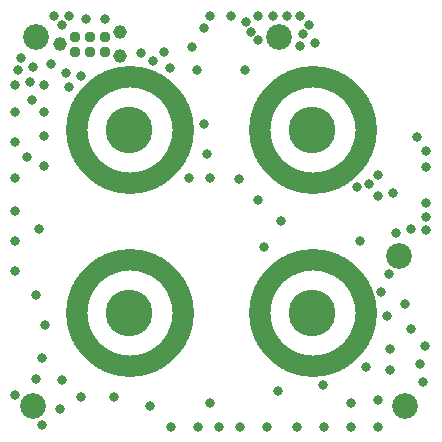
<source format=gbs>
G75*
%MOIN*%
%OFA0B0*%
%FSLAX25Y25*%
%IPPOS*%
%LPD*%
%AMOC8*
5,1,8,0,0,1.08239X$1,22.5*
%
%ADD10C,0.08600*%
%ADD11C,0.15600*%
%ADD12C,0.07000*%
%ADD13C,0.03700*%
%ADD14C,0.04600*%
%ADD15C,0.03300*%
D10*
X0026558Y0025840D03*
X0148558Y0075840D03*
X0150558Y0025840D03*
X0108558Y0148840D03*
X0027558Y0148840D03*
D11*
X0058558Y0117840D03*
X0119558Y0117840D03*
X0119558Y0056840D03*
X0058558Y0056840D03*
D12*
X0040858Y0056840D02*
X0040863Y0057274D01*
X0040879Y0057708D01*
X0040906Y0058142D01*
X0040943Y0058575D01*
X0040991Y0059007D01*
X0041050Y0059437D01*
X0041119Y0059866D01*
X0041198Y0060293D01*
X0041288Y0060718D01*
X0041388Y0061141D01*
X0041499Y0061561D01*
X0041620Y0061978D01*
X0041751Y0062392D01*
X0041893Y0062803D01*
X0042044Y0063210D01*
X0042205Y0063613D01*
X0042376Y0064013D01*
X0042557Y0064408D01*
X0042748Y0064798D01*
X0042948Y0065184D01*
X0043157Y0065564D01*
X0043376Y0065940D01*
X0043604Y0066309D01*
X0043841Y0066674D01*
X0044087Y0067032D01*
X0044341Y0067384D01*
X0044604Y0067730D01*
X0044876Y0068069D01*
X0045155Y0068401D01*
X0045443Y0068727D01*
X0045739Y0069045D01*
X0046042Y0069356D01*
X0046353Y0069659D01*
X0046671Y0069955D01*
X0046997Y0070243D01*
X0047329Y0070522D01*
X0047668Y0070794D01*
X0048014Y0071057D01*
X0048366Y0071311D01*
X0048724Y0071557D01*
X0049089Y0071794D01*
X0049458Y0072022D01*
X0049834Y0072241D01*
X0050214Y0072450D01*
X0050600Y0072650D01*
X0050990Y0072841D01*
X0051385Y0073022D01*
X0051785Y0073193D01*
X0052188Y0073354D01*
X0052595Y0073505D01*
X0053006Y0073647D01*
X0053420Y0073778D01*
X0053837Y0073899D01*
X0054257Y0074010D01*
X0054680Y0074110D01*
X0055105Y0074200D01*
X0055532Y0074279D01*
X0055961Y0074348D01*
X0056391Y0074407D01*
X0056823Y0074455D01*
X0057256Y0074492D01*
X0057690Y0074519D01*
X0058124Y0074535D01*
X0058558Y0074540D01*
X0058992Y0074535D01*
X0059426Y0074519D01*
X0059860Y0074492D01*
X0060293Y0074455D01*
X0060725Y0074407D01*
X0061155Y0074348D01*
X0061584Y0074279D01*
X0062011Y0074200D01*
X0062436Y0074110D01*
X0062859Y0074010D01*
X0063279Y0073899D01*
X0063696Y0073778D01*
X0064110Y0073647D01*
X0064521Y0073505D01*
X0064928Y0073354D01*
X0065331Y0073193D01*
X0065731Y0073022D01*
X0066126Y0072841D01*
X0066516Y0072650D01*
X0066902Y0072450D01*
X0067282Y0072241D01*
X0067658Y0072022D01*
X0068027Y0071794D01*
X0068392Y0071557D01*
X0068750Y0071311D01*
X0069102Y0071057D01*
X0069448Y0070794D01*
X0069787Y0070522D01*
X0070119Y0070243D01*
X0070445Y0069955D01*
X0070763Y0069659D01*
X0071074Y0069356D01*
X0071377Y0069045D01*
X0071673Y0068727D01*
X0071961Y0068401D01*
X0072240Y0068069D01*
X0072512Y0067730D01*
X0072775Y0067384D01*
X0073029Y0067032D01*
X0073275Y0066674D01*
X0073512Y0066309D01*
X0073740Y0065940D01*
X0073959Y0065564D01*
X0074168Y0065184D01*
X0074368Y0064798D01*
X0074559Y0064408D01*
X0074740Y0064013D01*
X0074911Y0063613D01*
X0075072Y0063210D01*
X0075223Y0062803D01*
X0075365Y0062392D01*
X0075496Y0061978D01*
X0075617Y0061561D01*
X0075728Y0061141D01*
X0075828Y0060718D01*
X0075918Y0060293D01*
X0075997Y0059866D01*
X0076066Y0059437D01*
X0076125Y0059007D01*
X0076173Y0058575D01*
X0076210Y0058142D01*
X0076237Y0057708D01*
X0076253Y0057274D01*
X0076258Y0056840D01*
X0076253Y0056406D01*
X0076237Y0055972D01*
X0076210Y0055538D01*
X0076173Y0055105D01*
X0076125Y0054673D01*
X0076066Y0054243D01*
X0075997Y0053814D01*
X0075918Y0053387D01*
X0075828Y0052962D01*
X0075728Y0052539D01*
X0075617Y0052119D01*
X0075496Y0051702D01*
X0075365Y0051288D01*
X0075223Y0050877D01*
X0075072Y0050470D01*
X0074911Y0050067D01*
X0074740Y0049667D01*
X0074559Y0049272D01*
X0074368Y0048882D01*
X0074168Y0048496D01*
X0073959Y0048116D01*
X0073740Y0047740D01*
X0073512Y0047371D01*
X0073275Y0047006D01*
X0073029Y0046648D01*
X0072775Y0046296D01*
X0072512Y0045950D01*
X0072240Y0045611D01*
X0071961Y0045279D01*
X0071673Y0044953D01*
X0071377Y0044635D01*
X0071074Y0044324D01*
X0070763Y0044021D01*
X0070445Y0043725D01*
X0070119Y0043437D01*
X0069787Y0043158D01*
X0069448Y0042886D01*
X0069102Y0042623D01*
X0068750Y0042369D01*
X0068392Y0042123D01*
X0068027Y0041886D01*
X0067658Y0041658D01*
X0067282Y0041439D01*
X0066902Y0041230D01*
X0066516Y0041030D01*
X0066126Y0040839D01*
X0065731Y0040658D01*
X0065331Y0040487D01*
X0064928Y0040326D01*
X0064521Y0040175D01*
X0064110Y0040033D01*
X0063696Y0039902D01*
X0063279Y0039781D01*
X0062859Y0039670D01*
X0062436Y0039570D01*
X0062011Y0039480D01*
X0061584Y0039401D01*
X0061155Y0039332D01*
X0060725Y0039273D01*
X0060293Y0039225D01*
X0059860Y0039188D01*
X0059426Y0039161D01*
X0058992Y0039145D01*
X0058558Y0039140D01*
X0058124Y0039145D01*
X0057690Y0039161D01*
X0057256Y0039188D01*
X0056823Y0039225D01*
X0056391Y0039273D01*
X0055961Y0039332D01*
X0055532Y0039401D01*
X0055105Y0039480D01*
X0054680Y0039570D01*
X0054257Y0039670D01*
X0053837Y0039781D01*
X0053420Y0039902D01*
X0053006Y0040033D01*
X0052595Y0040175D01*
X0052188Y0040326D01*
X0051785Y0040487D01*
X0051385Y0040658D01*
X0050990Y0040839D01*
X0050600Y0041030D01*
X0050214Y0041230D01*
X0049834Y0041439D01*
X0049458Y0041658D01*
X0049089Y0041886D01*
X0048724Y0042123D01*
X0048366Y0042369D01*
X0048014Y0042623D01*
X0047668Y0042886D01*
X0047329Y0043158D01*
X0046997Y0043437D01*
X0046671Y0043725D01*
X0046353Y0044021D01*
X0046042Y0044324D01*
X0045739Y0044635D01*
X0045443Y0044953D01*
X0045155Y0045279D01*
X0044876Y0045611D01*
X0044604Y0045950D01*
X0044341Y0046296D01*
X0044087Y0046648D01*
X0043841Y0047006D01*
X0043604Y0047371D01*
X0043376Y0047740D01*
X0043157Y0048116D01*
X0042948Y0048496D01*
X0042748Y0048882D01*
X0042557Y0049272D01*
X0042376Y0049667D01*
X0042205Y0050067D01*
X0042044Y0050470D01*
X0041893Y0050877D01*
X0041751Y0051288D01*
X0041620Y0051702D01*
X0041499Y0052119D01*
X0041388Y0052539D01*
X0041288Y0052962D01*
X0041198Y0053387D01*
X0041119Y0053814D01*
X0041050Y0054243D01*
X0040991Y0054673D01*
X0040943Y0055105D01*
X0040906Y0055538D01*
X0040879Y0055972D01*
X0040863Y0056406D01*
X0040858Y0056840D01*
X0040858Y0117840D02*
X0040863Y0118274D01*
X0040879Y0118708D01*
X0040906Y0119142D01*
X0040943Y0119575D01*
X0040991Y0120007D01*
X0041050Y0120437D01*
X0041119Y0120866D01*
X0041198Y0121293D01*
X0041288Y0121718D01*
X0041388Y0122141D01*
X0041499Y0122561D01*
X0041620Y0122978D01*
X0041751Y0123392D01*
X0041893Y0123803D01*
X0042044Y0124210D01*
X0042205Y0124613D01*
X0042376Y0125013D01*
X0042557Y0125408D01*
X0042748Y0125798D01*
X0042948Y0126184D01*
X0043157Y0126564D01*
X0043376Y0126940D01*
X0043604Y0127309D01*
X0043841Y0127674D01*
X0044087Y0128032D01*
X0044341Y0128384D01*
X0044604Y0128730D01*
X0044876Y0129069D01*
X0045155Y0129401D01*
X0045443Y0129727D01*
X0045739Y0130045D01*
X0046042Y0130356D01*
X0046353Y0130659D01*
X0046671Y0130955D01*
X0046997Y0131243D01*
X0047329Y0131522D01*
X0047668Y0131794D01*
X0048014Y0132057D01*
X0048366Y0132311D01*
X0048724Y0132557D01*
X0049089Y0132794D01*
X0049458Y0133022D01*
X0049834Y0133241D01*
X0050214Y0133450D01*
X0050600Y0133650D01*
X0050990Y0133841D01*
X0051385Y0134022D01*
X0051785Y0134193D01*
X0052188Y0134354D01*
X0052595Y0134505D01*
X0053006Y0134647D01*
X0053420Y0134778D01*
X0053837Y0134899D01*
X0054257Y0135010D01*
X0054680Y0135110D01*
X0055105Y0135200D01*
X0055532Y0135279D01*
X0055961Y0135348D01*
X0056391Y0135407D01*
X0056823Y0135455D01*
X0057256Y0135492D01*
X0057690Y0135519D01*
X0058124Y0135535D01*
X0058558Y0135540D01*
X0058992Y0135535D01*
X0059426Y0135519D01*
X0059860Y0135492D01*
X0060293Y0135455D01*
X0060725Y0135407D01*
X0061155Y0135348D01*
X0061584Y0135279D01*
X0062011Y0135200D01*
X0062436Y0135110D01*
X0062859Y0135010D01*
X0063279Y0134899D01*
X0063696Y0134778D01*
X0064110Y0134647D01*
X0064521Y0134505D01*
X0064928Y0134354D01*
X0065331Y0134193D01*
X0065731Y0134022D01*
X0066126Y0133841D01*
X0066516Y0133650D01*
X0066902Y0133450D01*
X0067282Y0133241D01*
X0067658Y0133022D01*
X0068027Y0132794D01*
X0068392Y0132557D01*
X0068750Y0132311D01*
X0069102Y0132057D01*
X0069448Y0131794D01*
X0069787Y0131522D01*
X0070119Y0131243D01*
X0070445Y0130955D01*
X0070763Y0130659D01*
X0071074Y0130356D01*
X0071377Y0130045D01*
X0071673Y0129727D01*
X0071961Y0129401D01*
X0072240Y0129069D01*
X0072512Y0128730D01*
X0072775Y0128384D01*
X0073029Y0128032D01*
X0073275Y0127674D01*
X0073512Y0127309D01*
X0073740Y0126940D01*
X0073959Y0126564D01*
X0074168Y0126184D01*
X0074368Y0125798D01*
X0074559Y0125408D01*
X0074740Y0125013D01*
X0074911Y0124613D01*
X0075072Y0124210D01*
X0075223Y0123803D01*
X0075365Y0123392D01*
X0075496Y0122978D01*
X0075617Y0122561D01*
X0075728Y0122141D01*
X0075828Y0121718D01*
X0075918Y0121293D01*
X0075997Y0120866D01*
X0076066Y0120437D01*
X0076125Y0120007D01*
X0076173Y0119575D01*
X0076210Y0119142D01*
X0076237Y0118708D01*
X0076253Y0118274D01*
X0076258Y0117840D01*
X0076253Y0117406D01*
X0076237Y0116972D01*
X0076210Y0116538D01*
X0076173Y0116105D01*
X0076125Y0115673D01*
X0076066Y0115243D01*
X0075997Y0114814D01*
X0075918Y0114387D01*
X0075828Y0113962D01*
X0075728Y0113539D01*
X0075617Y0113119D01*
X0075496Y0112702D01*
X0075365Y0112288D01*
X0075223Y0111877D01*
X0075072Y0111470D01*
X0074911Y0111067D01*
X0074740Y0110667D01*
X0074559Y0110272D01*
X0074368Y0109882D01*
X0074168Y0109496D01*
X0073959Y0109116D01*
X0073740Y0108740D01*
X0073512Y0108371D01*
X0073275Y0108006D01*
X0073029Y0107648D01*
X0072775Y0107296D01*
X0072512Y0106950D01*
X0072240Y0106611D01*
X0071961Y0106279D01*
X0071673Y0105953D01*
X0071377Y0105635D01*
X0071074Y0105324D01*
X0070763Y0105021D01*
X0070445Y0104725D01*
X0070119Y0104437D01*
X0069787Y0104158D01*
X0069448Y0103886D01*
X0069102Y0103623D01*
X0068750Y0103369D01*
X0068392Y0103123D01*
X0068027Y0102886D01*
X0067658Y0102658D01*
X0067282Y0102439D01*
X0066902Y0102230D01*
X0066516Y0102030D01*
X0066126Y0101839D01*
X0065731Y0101658D01*
X0065331Y0101487D01*
X0064928Y0101326D01*
X0064521Y0101175D01*
X0064110Y0101033D01*
X0063696Y0100902D01*
X0063279Y0100781D01*
X0062859Y0100670D01*
X0062436Y0100570D01*
X0062011Y0100480D01*
X0061584Y0100401D01*
X0061155Y0100332D01*
X0060725Y0100273D01*
X0060293Y0100225D01*
X0059860Y0100188D01*
X0059426Y0100161D01*
X0058992Y0100145D01*
X0058558Y0100140D01*
X0058124Y0100145D01*
X0057690Y0100161D01*
X0057256Y0100188D01*
X0056823Y0100225D01*
X0056391Y0100273D01*
X0055961Y0100332D01*
X0055532Y0100401D01*
X0055105Y0100480D01*
X0054680Y0100570D01*
X0054257Y0100670D01*
X0053837Y0100781D01*
X0053420Y0100902D01*
X0053006Y0101033D01*
X0052595Y0101175D01*
X0052188Y0101326D01*
X0051785Y0101487D01*
X0051385Y0101658D01*
X0050990Y0101839D01*
X0050600Y0102030D01*
X0050214Y0102230D01*
X0049834Y0102439D01*
X0049458Y0102658D01*
X0049089Y0102886D01*
X0048724Y0103123D01*
X0048366Y0103369D01*
X0048014Y0103623D01*
X0047668Y0103886D01*
X0047329Y0104158D01*
X0046997Y0104437D01*
X0046671Y0104725D01*
X0046353Y0105021D01*
X0046042Y0105324D01*
X0045739Y0105635D01*
X0045443Y0105953D01*
X0045155Y0106279D01*
X0044876Y0106611D01*
X0044604Y0106950D01*
X0044341Y0107296D01*
X0044087Y0107648D01*
X0043841Y0108006D01*
X0043604Y0108371D01*
X0043376Y0108740D01*
X0043157Y0109116D01*
X0042948Y0109496D01*
X0042748Y0109882D01*
X0042557Y0110272D01*
X0042376Y0110667D01*
X0042205Y0111067D01*
X0042044Y0111470D01*
X0041893Y0111877D01*
X0041751Y0112288D01*
X0041620Y0112702D01*
X0041499Y0113119D01*
X0041388Y0113539D01*
X0041288Y0113962D01*
X0041198Y0114387D01*
X0041119Y0114814D01*
X0041050Y0115243D01*
X0040991Y0115673D01*
X0040943Y0116105D01*
X0040906Y0116538D01*
X0040879Y0116972D01*
X0040863Y0117406D01*
X0040858Y0117840D01*
X0101858Y0117840D02*
X0101863Y0118274D01*
X0101879Y0118708D01*
X0101906Y0119142D01*
X0101943Y0119575D01*
X0101991Y0120007D01*
X0102050Y0120437D01*
X0102119Y0120866D01*
X0102198Y0121293D01*
X0102288Y0121718D01*
X0102388Y0122141D01*
X0102499Y0122561D01*
X0102620Y0122978D01*
X0102751Y0123392D01*
X0102893Y0123803D01*
X0103044Y0124210D01*
X0103205Y0124613D01*
X0103376Y0125013D01*
X0103557Y0125408D01*
X0103748Y0125798D01*
X0103948Y0126184D01*
X0104157Y0126564D01*
X0104376Y0126940D01*
X0104604Y0127309D01*
X0104841Y0127674D01*
X0105087Y0128032D01*
X0105341Y0128384D01*
X0105604Y0128730D01*
X0105876Y0129069D01*
X0106155Y0129401D01*
X0106443Y0129727D01*
X0106739Y0130045D01*
X0107042Y0130356D01*
X0107353Y0130659D01*
X0107671Y0130955D01*
X0107997Y0131243D01*
X0108329Y0131522D01*
X0108668Y0131794D01*
X0109014Y0132057D01*
X0109366Y0132311D01*
X0109724Y0132557D01*
X0110089Y0132794D01*
X0110458Y0133022D01*
X0110834Y0133241D01*
X0111214Y0133450D01*
X0111600Y0133650D01*
X0111990Y0133841D01*
X0112385Y0134022D01*
X0112785Y0134193D01*
X0113188Y0134354D01*
X0113595Y0134505D01*
X0114006Y0134647D01*
X0114420Y0134778D01*
X0114837Y0134899D01*
X0115257Y0135010D01*
X0115680Y0135110D01*
X0116105Y0135200D01*
X0116532Y0135279D01*
X0116961Y0135348D01*
X0117391Y0135407D01*
X0117823Y0135455D01*
X0118256Y0135492D01*
X0118690Y0135519D01*
X0119124Y0135535D01*
X0119558Y0135540D01*
X0119992Y0135535D01*
X0120426Y0135519D01*
X0120860Y0135492D01*
X0121293Y0135455D01*
X0121725Y0135407D01*
X0122155Y0135348D01*
X0122584Y0135279D01*
X0123011Y0135200D01*
X0123436Y0135110D01*
X0123859Y0135010D01*
X0124279Y0134899D01*
X0124696Y0134778D01*
X0125110Y0134647D01*
X0125521Y0134505D01*
X0125928Y0134354D01*
X0126331Y0134193D01*
X0126731Y0134022D01*
X0127126Y0133841D01*
X0127516Y0133650D01*
X0127902Y0133450D01*
X0128282Y0133241D01*
X0128658Y0133022D01*
X0129027Y0132794D01*
X0129392Y0132557D01*
X0129750Y0132311D01*
X0130102Y0132057D01*
X0130448Y0131794D01*
X0130787Y0131522D01*
X0131119Y0131243D01*
X0131445Y0130955D01*
X0131763Y0130659D01*
X0132074Y0130356D01*
X0132377Y0130045D01*
X0132673Y0129727D01*
X0132961Y0129401D01*
X0133240Y0129069D01*
X0133512Y0128730D01*
X0133775Y0128384D01*
X0134029Y0128032D01*
X0134275Y0127674D01*
X0134512Y0127309D01*
X0134740Y0126940D01*
X0134959Y0126564D01*
X0135168Y0126184D01*
X0135368Y0125798D01*
X0135559Y0125408D01*
X0135740Y0125013D01*
X0135911Y0124613D01*
X0136072Y0124210D01*
X0136223Y0123803D01*
X0136365Y0123392D01*
X0136496Y0122978D01*
X0136617Y0122561D01*
X0136728Y0122141D01*
X0136828Y0121718D01*
X0136918Y0121293D01*
X0136997Y0120866D01*
X0137066Y0120437D01*
X0137125Y0120007D01*
X0137173Y0119575D01*
X0137210Y0119142D01*
X0137237Y0118708D01*
X0137253Y0118274D01*
X0137258Y0117840D01*
X0137253Y0117406D01*
X0137237Y0116972D01*
X0137210Y0116538D01*
X0137173Y0116105D01*
X0137125Y0115673D01*
X0137066Y0115243D01*
X0136997Y0114814D01*
X0136918Y0114387D01*
X0136828Y0113962D01*
X0136728Y0113539D01*
X0136617Y0113119D01*
X0136496Y0112702D01*
X0136365Y0112288D01*
X0136223Y0111877D01*
X0136072Y0111470D01*
X0135911Y0111067D01*
X0135740Y0110667D01*
X0135559Y0110272D01*
X0135368Y0109882D01*
X0135168Y0109496D01*
X0134959Y0109116D01*
X0134740Y0108740D01*
X0134512Y0108371D01*
X0134275Y0108006D01*
X0134029Y0107648D01*
X0133775Y0107296D01*
X0133512Y0106950D01*
X0133240Y0106611D01*
X0132961Y0106279D01*
X0132673Y0105953D01*
X0132377Y0105635D01*
X0132074Y0105324D01*
X0131763Y0105021D01*
X0131445Y0104725D01*
X0131119Y0104437D01*
X0130787Y0104158D01*
X0130448Y0103886D01*
X0130102Y0103623D01*
X0129750Y0103369D01*
X0129392Y0103123D01*
X0129027Y0102886D01*
X0128658Y0102658D01*
X0128282Y0102439D01*
X0127902Y0102230D01*
X0127516Y0102030D01*
X0127126Y0101839D01*
X0126731Y0101658D01*
X0126331Y0101487D01*
X0125928Y0101326D01*
X0125521Y0101175D01*
X0125110Y0101033D01*
X0124696Y0100902D01*
X0124279Y0100781D01*
X0123859Y0100670D01*
X0123436Y0100570D01*
X0123011Y0100480D01*
X0122584Y0100401D01*
X0122155Y0100332D01*
X0121725Y0100273D01*
X0121293Y0100225D01*
X0120860Y0100188D01*
X0120426Y0100161D01*
X0119992Y0100145D01*
X0119558Y0100140D01*
X0119124Y0100145D01*
X0118690Y0100161D01*
X0118256Y0100188D01*
X0117823Y0100225D01*
X0117391Y0100273D01*
X0116961Y0100332D01*
X0116532Y0100401D01*
X0116105Y0100480D01*
X0115680Y0100570D01*
X0115257Y0100670D01*
X0114837Y0100781D01*
X0114420Y0100902D01*
X0114006Y0101033D01*
X0113595Y0101175D01*
X0113188Y0101326D01*
X0112785Y0101487D01*
X0112385Y0101658D01*
X0111990Y0101839D01*
X0111600Y0102030D01*
X0111214Y0102230D01*
X0110834Y0102439D01*
X0110458Y0102658D01*
X0110089Y0102886D01*
X0109724Y0103123D01*
X0109366Y0103369D01*
X0109014Y0103623D01*
X0108668Y0103886D01*
X0108329Y0104158D01*
X0107997Y0104437D01*
X0107671Y0104725D01*
X0107353Y0105021D01*
X0107042Y0105324D01*
X0106739Y0105635D01*
X0106443Y0105953D01*
X0106155Y0106279D01*
X0105876Y0106611D01*
X0105604Y0106950D01*
X0105341Y0107296D01*
X0105087Y0107648D01*
X0104841Y0108006D01*
X0104604Y0108371D01*
X0104376Y0108740D01*
X0104157Y0109116D01*
X0103948Y0109496D01*
X0103748Y0109882D01*
X0103557Y0110272D01*
X0103376Y0110667D01*
X0103205Y0111067D01*
X0103044Y0111470D01*
X0102893Y0111877D01*
X0102751Y0112288D01*
X0102620Y0112702D01*
X0102499Y0113119D01*
X0102388Y0113539D01*
X0102288Y0113962D01*
X0102198Y0114387D01*
X0102119Y0114814D01*
X0102050Y0115243D01*
X0101991Y0115673D01*
X0101943Y0116105D01*
X0101906Y0116538D01*
X0101879Y0116972D01*
X0101863Y0117406D01*
X0101858Y0117840D01*
X0101858Y0056840D02*
X0101863Y0057274D01*
X0101879Y0057708D01*
X0101906Y0058142D01*
X0101943Y0058575D01*
X0101991Y0059007D01*
X0102050Y0059437D01*
X0102119Y0059866D01*
X0102198Y0060293D01*
X0102288Y0060718D01*
X0102388Y0061141D01*
X0102499Y0061561D01*
X0102620Y0061978D01*
X0102751Y0062392D01*
X0102893Y0062803D01*
X0103044Y0063210D01*
X0103205Y0063613D01*
X0103376Y0064013D01*
X0103557Y0064408D01*
X0103748Y0064798D01*
X0103948Y0065184D01*
X0104157Y0065564D01*
X0104376Y0065940D01*
X0104604Y0066309D01*
X0104841Y0066674D01*
X0105087Y0067032D01*
X0105341Y0067384D01*
X0105604Y0067730D01*
X0105876Y0068069D01*
X0106155Y0068401D01*
X0106443Y0068727D01*
X0106739Y0069045D01*
X0107042Y0069356D01*
X0107353Y0069659D01*
X0107671Y0069955D01*
X0107997Y0070243D01*
X0108329Y0070522D01*
X0108668Y0070794D01*
X0109014Y0071057D01*
X0109366Y0071311D01*
X0109724Y0071557D01*
X0110089Y0071794D01*
X0110458Y0072022D01*
X0110834Y0072241D01*
X0111214Y0072450D01*
X0111600Y0072650D01*
X0111990Y0072841D01*
X0112385Y0073022D01*
X0112785Y0073193D01*
X0113188Y0073354D01*
X0113595Y0073505D01*
X0114006Y0073647D01*
X0114420Y0073778D01*
X0114837Y0073899D01*
X0115257Y0074010D01*
X0115680Y0074110D01*
X0116105Y0074200D01*
X0116532Y0074279D01*
X0116961Y0074348D01*
X0117391Y0074407D01*
X0117823Y0074455D01*
X0118256Y0074492D01*
X0118690Y0074519D01*
X0119124Y0074535D01*
X0119558Y0074540D01*
X0119992Y0074535D01*
X0120426Y0074519D01*
X0120860Y0074492D01*
X0121293Y0074455D01*
X0121725Y0074407D01*
X0122155Y0074348D01*
X0122584Y0074279D01*
X0123011Y0074200D01*
X0123436Y0074110D01*
X0123859Y0074010D01*
X0124279Y0073899D01*
X0124696Y0073778D01*
X0125110Y0073647D01*
X0125521Y0073505D01*
X0125928Y0073354D01*
X0126331Y0073193D01*
X0126731Y0073022D01*
X0127126Y0072841D01*
X0127516Y0072650D01*
X0127902Y0072450D01*
X0128282Y0072241D01*
X0128658Y0072022D01*
X0129027Y0071794D01*
X0129392Y0071557D01*
X0129750Y0071311D01*
X0130102Y0071057D01*
X0130448Y0070794D01*
X0130787Y0070522D01*
X0131119Y0070243D01*
X0131445Y0069955D01*
X0131763Y0069659D01*
X0132074Y0069356D01*
X0132377Y0069045D01*
X0132673Y0068727D01*
X0132961Y0068401D01*
X0133240Y0068069D01*
X0133512Y0067730D01*
X0133775Y0067384D01*
X0134029Y0067032D01*
X0134275Y0066674D01*
X0134512Y0066309D01*
X0134740Y0065940D01*
X0134959Y0065564D01*
X0135168Y0065184D01*
X0135368Y0064798D01*
X0135559Y0064408D01*
X0135740Y0064013D01*
X0135911Y0063613D01*
X0136072Y0063210D01*
X0136223Y0062803D01*
X0136365Y0062392D01*
X0136496Y0061978D01*
X0136617Y0061561D01*
X0136728Y0061141D01*
X0136828Y0060718D01*
X0136918Y0060293D01*
X0136997Y0059866D01*
X0137066Y0059437D01*
X0137125Y0059007D01*
X0137173Y0058575D01*
X0137210Y0058142D01*
X0137237Y0057708D01*
X0137253Y0057274D01*
X0137258Y0056840D01*
X0137253Y0056406D01*
X0137237Y0055972D01*
X0137210Y0055538D01*
X0137173Y0055105D01*
X0137125Y0054673D01*
X0137066Y0054243D01*
X0136997Y0053814D01*
X0136918Y0053387D01*
X0136828Y0052962D01*
X0136728Y0052539D01*
X0136617Y0052119D01*
X0136496Y0051702D01*
X0136365Y0051288D01*
X0136223Y0050877D01*
X0136072Y0050470D01*
X0135911Y0050067D01*
X0135740Y0049667D01*
X0135559Y0049272D01*
X0135368Y0048882D01*
X0135168Y0048496D01*
X0134959Y0048116D01*
X0134740Y0047740D01*
X0134512Y0047371D01*
X0134275Y0047006D01*
X0134029Y0046648D01*
X0133775Y0046296D01*
X0133512Y0045950D01*
X0133240Y0045611D01*
X0132961Y0045279D01*
X0132673Y0044953D01*
X0132377Y0044635D01*
X0132074Y0044324D01*
X0131763Y0044021D01*
X0131445Y0043725D01*
X0131119Y0043437D01*
X0130787Y0043158D01*
X0130448Y0042886D01*
X0130102Y0042623D01*
X0129750Y0042369D01*
X0129392Y0042123D01*
X0129027Y0041886D01*
X0128658Y0041658D01*
X0128282Y0041439D01*
X0127902Y0041230D01*
X0127516Y0041030D01*
X0127126Y0040839D01*
X0126731Y0040658D01*
X0126331Y0040487D01*
X0125928Y0040326D01*
X0125521Y0040175D01*
X0125110Y0040033D01*
X0124696Y0039902D01*
X0124279Y0039781D01*
X0123859Y0039670D01*
X0123436Y0039570D01*
X0123011Y0039480D01*
X0122584Y0039401D01*
X0122155Y0039332D01*
X0121725Y0039273D01*
X0121293Y0039225D01*
X0120860Y0039188D01*
X0120426Y0039161D01*
X0119992Y0039145D01*
X0119558Y0039140D01*
X0119124Y0039145D01*
X0118690Y0039161D01*
X0118256Y0039188D01*
X0117823Y0039225D01*
X0117391Y0039273D01*
X0116961Y0039332D01*
X0116532Y0039401D01*
X0116105Y0039480D01*
X0115680Y0039570D01*
X0115257Y0039670D01*
X0114837Y0039781D01*
X0114420Y0039902D01*
X0114006Y0040033D01*
X0113595Y0040175D01*
X0113188Y0040326D01*
X0112785Y0040487D01*
X0112385Y0040658D01*
X0111990Y0040839D01*
X0111600Y0041030D01*
X0111214Y0041230D01*
X0110834Y0041439D01*
X0110458Y0041658D01*
X0110089Y0041886D01*
X0109724Y0042123D01*
X0109366Y0042369D01*
X0109014Y0042623D01*
X0108668Y0042886D01*
X0108329Y0043158D01*
X0107997Y0043437D01*
X0107671Y0043725D01*
X0107353Y0044021D01*
X0107042Y0044324D01*
X0106739Y0044635D01*
X0106443Y0044953D01*
X0106155Y0045279D01*
X0105876Y0045611D01*
X0105604Y0045950D01*
X0105341Y0046296D01*
X0105087Y0046648D01*
X0104841Y0047006D01*
X0104604Y0047371D01*
X0104376Y0047740D01*
X0104157Y0048116D01*
X0103948Y0048496D01*
X0103748Y0048882D01*
X0103557Y0049272D01*
X0103376Y0049667D01*
X0103205Y0050067D01*
X0103044Y0050470D01*
X0102893Y0050877D01*
X0102751Y0051288D01*
X0102620Y0051702D01*
X0102499Y0052119D01*
X0102388Y0052539D01*
X0102288Y0052962D01*
X0102198Y0053387D01*
X0102119Y0053814D01*
X0102050Y0054243D01*
X0101991Y0054673D01*
X0101943Y0055105D01*
X0101906Y0055538D01*
X0101879Y0055972D01*
X0101863Y0056406D01*
X0101858Y0056840D01*
D13*
X0050558Y0143840D03*
X0045558Y0143840D03*
X0040558Y0143840D03*
X0040558Y0148840D03*
X0045558Y0148840D03*
X0050558Y0148840D03*
D14*
X0055558Y0150340D03*
X0055558Y0142340D03*
X0035558Y0146340D03*
D15*
X0032558Y0139840D03*
X0037558Y0136840D03*
X0038558Y0132076D03*
X0042558Y0135840D03*
X0030058Y0132840D03*
X0025558Y0133840D03*
X0021558Y0137840D03*
X0020558Y0132840D03*
X0026058Y0127840D03*
X0030058Y0123840D03*
X0030058Y0115840D03*
X0024558Y0108840D03*
X0020558Y0113840D03*
X0020558Y0123840D03*
X0026558Y0138840D03*
X0022558Y0141840D03*
X0036058Y0152840D03*
X0038558Y0155840D03*
X0033558Y0155840D03*
X0044058Y0154840D03*
X0050558Y0154840D03*
X0062558Y0143340D03*
X0066558Y0140840D03*
X0070058Y0143840D03*
X0072058Y0138340D03*
X0081058Y0137840D03*
X0079558Y0145340D03*
X0083558Y0151840D03*
X0085558Y0155840D03*
X0092558Y0155840D03*
X0097558Y0153840D03*
X0099058Y0150340D03*
X0101558Y0147840D03*
X0101558Y0155840D03*
X0106558Y0155840D03*
X0111058Y0155840D03*
X0115558Y0155840D03*
X0118558Y0152840D03*
X0116558Y0149840D03*
X0115558Y0145840D03*
X0120558Y0146840D03*
X0097058Y0137840D03*
X0083558Y0119840D03*
X0084558Y0109840D03*
X0085558Y0101840D03*
X0078558Y0101840D03*
X0095058Y0101340D03*
X0101558Y0094340D03*
X0109058Y0087340D03*
X0103558Y0078840D03*
X0135558Y0080840D03*
X0147558Y0083340D03*
X0152558Y0084840D03*
X0157558Y0084340D03*
X0157558Y0088840D03*
X0157558Y0093340D03*
X0146558Y0096840D03*
X0141558Y0095840D03*
X0138558Y0099840D03*
X0134558Y0098840D03*
X0141558Y0102840D03*
X0154558Y0115340D03*
X0157558Y0110840D03*
X0157558Y0105340D03*
X0145058Y0069840D03*
X0142558Y0063840D03*
X0144558Y0055840D03*
X0150558Y0059840D03*
X0152558Y0051340D03*
X0157058Y0045840D03*
X0155558Y0039840D03*
X0156558Y0033840D03*
X0145558Y0037840D03*
X0145558Y0044840D03*
X0137558Y0038840D03*
X0141558Y0027840D03*
X0141558Y0018840D03*
X0132558Y0018840D03*
X0132558Y0026840D03*
X0123058Y0032840D03*
X0123558Y0018840D03*
X0114558Y0018840D03*
X0104558Y0018840D03*
X0095558Y0018840D03*
X0088558Y0018840D03*
X0081558Y0018840D03*
X0085558Y0026840D03*
X0072558Y0018840D03*
X0065558Y0025840D03*
X0053558Y0028840D03*
X0042558Y0028840D03*
X0035558Y0024840D03*
X0029558Y0019340D03*
X0020558Y0029340D03*
X0027558Y0034840D03*
X0029558Y0041840D03*
X0036058Y0034340D03*
X0030558Y0052840D03*
X0027558Y0062840D03*
X0020558Y0070840D03*
X0020558Y0080840D03*
X0028558Y0084840D03*
X0020558Y0090840D03*
X0020558Y0101840D03*
X0030058Y0105840D03*
X0108058Y0030840D03*
M02*

</source>
